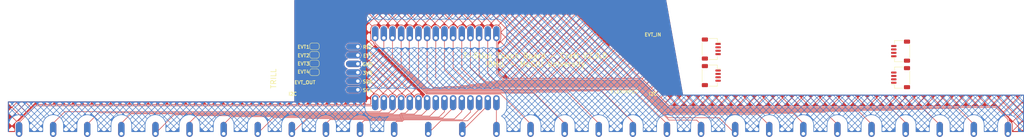
<source format=kicad_pcb>
(kicad_pcb (version 20221018) (generator pcbnew)
  (layers (0 "F.Cu" signal) (31 "B.Cu" signal) (34 "B.Paste" user) (35 "F.Paste" user) (36 "B.SilkS" user "B.Silkscreen") (37 "F.SilkS" user "F.Silkscreen") (38 "B.Mask" user) (39 "F.Mask" user) (44 "Edge.Cuts" user))
  (net 0 "")
  (net 1 "GND")
  (net 2 "/TOUCH0")
  (net 3 "/TOUCH1")
  (net 4 "/TOUCH2")
  (net 5 "/TOUCH3")
  (net 6 "/TOUCH4")
  (net 7 "/TOUCH5")
  (net 8 "/TOUCH6")
  (net 9 "/TOUCH7")
  (net 10 "/TOUCH8")
  (net 11 "/TOUCH9")
  (net 12 "/TOUCH10")
  (net 13 "/TOUCH11")
  (net 14 "/TOUCH12")
  (net 15 "/TOUCH13")
  (net 16 "/TOUCH14")
  (net 17 "/TOUCH15")
  (net 18 "/TOUCH16")
  (net 19 "/TOUCH17")
  (net 20 "/TOUCH18")
  (net 21 "/TOUCH19")
  (net 22 "/TOUCH20")
  (net 23 "/TOUCH21")
  (net 24 "/TOUCH22")
  (net 25 "/TOUCH23")
  (net 26 "/TOUCH24")
  (net 27 "/TOUCH25")
  (net 28 "/TOUCH26")
  (net 29 "/TOUCH27")
  (net 30 "/TOUCH28")
  (net 31 "/TOUCH29")
  (net 32 "/TRILL_EVT")
  (net 33 "/EVT1")
  (net 34 "/EVT2")
  (net 35 "/EVT3")
  (net 36 "/EVT4")
  (net 37 "+3V3")
  (net 38 "/SDA")
  (net 39 "/SCL")
  (footprint "Connector_JST:JST_SH_SM04B-SRSS-TB_1x04-1MP_P1.00mm_Horizontal" (layer "F.Cu") (at 281.275 120.579 -90)
    (fp_text reference "INT1" hide)
    (fp_text value "Conn_01x04")
    (fp_line (start -3.11 -1.785) (end -2.06 -1.785) (stroke (width 0.12)) (layer "F.SilkS"))
    (fp_line (start -3.11 0.715) (end -3.11 -1.785) (stroke (width 0.12)) (layer "F.SilkS"))
    (fp_line (start -2.06 -1.785) (end -2.06 -2.775) (stroke (width 0.12)) (layer "F.SilkS"))
    (fp_line (start -1.94 2.685) (end 1.94 2.685) (stroke (width 0.12)) (layer "F.SilkS"))
    (fp_line (start 3.11 -1.785) (end 2.06 -1.785) (stroke (width 0.12)) (layer "F.SilkS"))
    (fp_line (start 3.11 0.715) (end 3.11 -1.785) (stroke (width 0.12)) (layer "F.SilkS"))
    (pad "1" smd roundrect (at -1.5 -2 270) (size 0.6 1.55) (layers "F.Cu" "F.Paste" "F.Mask") (net 33 "/EVT1"))
    (pad "2" smd roundrect (at -0.5 -2 270) (size 0.6 1.55) (layers "F.Cu" "F.Paste" "F.Mask") (net 34 "/EVT2"))
    (pad "3" smd roundrect (at 0.5 -2 270) (size 0.6 1.55) (layers "F.Cu" "F.Paste" "F.Mask") (net 35 "/EVT3"))
    (pad "4" smd roundrect (at 1.5 -2 270) (size 0.6 1.55) (layers "F.Cu" "F.Paste" "F.Mask") (net 36 "/EVT4"))
    (pad "MP" smd roundrect (at -2.8 1.875 270) (size 1.2 1.8) (layers "F.Cu" "F.Paste" "F.Mask") (roundrect_rratio 0.2083333333) (net 1 "GND"))
    (pad "MP" smd roundrect (at 2.8 1.875 270) (size 1.2 1.8) (layers "F.Cu" "F.Paste" "F.Mask") (roundrect_rratio 0.2083333333) (net 1 "GND"))
  )
  (footprint "Jumper:SolderJumper-2_P1.3mm_Open_RoundedPad1.0x1.5mm" (layer "F.Cu") (at 164.9 124.85 180)
    (fp_text reference "JP3" hide)
    (fp_text value "SolderJumper_2_Open" hide)
    (fp_line (start -1.4 0.3) (end -1.4 -0.3) (stroke (width 0.12)) (layer "F.SilkS"))
    (fp_line (start -0.7 -1) (end 0.7 -1) (stroke (width 0.12)) (layer "F.SilkS"))
    (fp_line (start 0.7 1) (end -0.7 1) (stroke (width 0.12)) (layer "F.SilkS"))
    (fp_line (start 1.4 -0.3) (end 1.4 0.3) (stroke (width 0.12)) (layer "F.SilkS"))
    (fp_arc (start -1.4 -0.3) (mid -1.194975 -0.794975) (end -0.7 -1) (stroke (width 0.12)) (layer "F.SilkS"))
    (fp_arc (start -0.7 1) (mid -1.194975 0.794975) (end -1.4 0.3) (stroke (width 0.12)) (layer "F.SilkS"))
    (fp_arc (start 0.7 -1) (mid 1.194975 -0.794975) (end 1.4 -0.3) (stroke (width 0.12)) (layer "F.SilkS"))
    (fp_arc (start 1.4 0.3) (mid 1.194975 0.794975) (end 0.7 1) (stroke (width 0.12)) (layer "F.SilkS"))
    (pad "1" smd custom (at -0.65 0 180) (size 1 0.5) (layers "F.Cu" "F.Mask") (net 32 "/TRILL_EVT") (options (clearance outline) (anchor rect)) (primitives (gr_circle (center 0 0.25) (end 0.5 0.25) (width 0) (fill yes)) (gr_circle (center 0 -0.25) (end 0.5 -0.25) (width 0) (fill yes)) (gr_poly (pts (xy 0.5 0.75) (xy 0 0.75) (xy 0 -0.75) (xy 0.5 -0.75)) (width 0) (fill yes))))
    (pad "2" smd custom (at 0.65 0 180) (size 1 0.5) (layers "F.Cu" "F.Mask") (net 35 "/EVT3") (options (clearance outline) (anchor rect)) (primitives (gr_circle (center 0 0.25) (end 0.5 0.25) (width 0) (fill yes)) (gr_circle (center 0 -0.25) (end 0.5 -0.25) (width 0) (fill yes)) (gr_poly (pts (xy 0 0.75) (xy -0.5 0.75) (xy -0.5 -0.75) (xy 0 -0.75)) (width 0) (fill yes))))
  )
  (footprint "touch-sensors:tstick-buttons" (layer "F.Cu") (at 78.2771 145.5)
    (fp_text reference "J1" hide)
    (fp_text value "Conn_01x30" hide)
    (pad "1" thru_hole custom (at 0 0 270) (size 1.8796 1.8796) (drill 1.016) (property pad_prop_castellated) (layers "*.Cu" "*.Mask") (net 2 "/TOUCH0") (options (clearance outline) (anchor circle)) (primitives (gr_rect (start -2.54 -0.9398) (end 0 0.9398) (width 0) (fill yes)) (gr_circle (center -2.54 0) (end -1.6002 0) (width 0) (fill yes))))
    (pad "2" thru_hole custom (at 10 0 270) (size 1.8796 1.8796) (drill 1.016) (property pad_prop_castellated) (layers "*.Cu" "*.Mask") (net 3 "/TOUCH1") (options (clearance outline) (anchor circle)) (primitives (gr_rect (start -2.54 -0.9398) (end 0 0.9398) (width 0) (fill yes)) (gr_circle (center -2.54 0) (end -1.6002 0) (width 0) (fill yes))))
    (pad "3" thru_hole custom (at 20 0 270) (size 1.8796 1.8796) (drill 1.016) (property pad_prop_castellated) (layers "*.Cu" "*.Mask") (net 4 "/TOUCH2") (options (clearance outline) (anchor circle)) (primitives (gr_rect (start -2.54 -0.9398) (end 0 0.9398) (width 0) (fill yes)) (gr_circle (center -2.54 0) (end -1.6002 0) (width 0) (fill yes))))
    (pad "4" thru_hole custom (at 30 0 270) (size 1.8796 1.8796) (drill 1.016) (property pad_prop_castellated) (layers "*.Cu" "*.Mask") (net 5 "/TOUCH3") (options (clearance outline) (anchor circle)) (primitives (gr_rect (start -2.54 -0.9398) (end 0 0.9398) (width 0) (fill yes)) (gr_circle (center -2.54 0) (end -1.6002 0) (width 0) (fill yes))))
    (pad "5" thru_hole custom (at 40 0 270) (size 1.8796 1.8796) (drill 1.016) (property pad_prop_castellated) (layers "*.Cu" "*.Mask") (net 6 "/TOUCH4") (options (clearance outline) (anchor circle)) (primitives (gr_rect (start -2.54 -0.9398) (end 0 0.9398) (width 0) (fill yes)) (gr_circle (center -2.54 0) (end -1.6002 0) (width 0) (fill yes))))
    (pad "6" thru_hole custom (at 50 0 270) (size 1.8796 1.8796) (drill 1.016) (property pad_prop_castellated) (layers "*.Cu" "*.Mask") (net 7 "/TOUCH5") (options (clearance outline) (anchor circle)) (primitives (gr_rect (start -2.54 -0.9398) (end 0 0.9398) (width 0) (fill yes)) (gr_circle (center -2.54 0) (end -1.6002 0) (width 0) (fill yes))))
    (pad "7" thru_hole custom (at 60 0 270) (size 1.8796 1.8796) (drill 1.016) (property pad_prop_castellated) (layers "*.Cu" "*.Mask") (net 8 "/TOUCH6") (options (clearance outline) (anchor circle)) (primitives (gr_rect (start -2.54 -0.9398) (end 0 0.9398) (width 0) (fill yes)) (gr_circle (center -2.54 0) (end -1.6002 0) (width 0) (fill yes))))
    (pad "8" thru_hole custom (at 70 0 270) (size 1.8796 1.8796) (drill 1.016) (property pad_prop_castellated) (layers "*.Cu" "*.Mask") (net 9 "/TOUCH7") (options (clearance outline) (anchor circle)) (primitives (gr_rect (start -2.54 -0.9398) (end 0 0.9398) (width 0) (fill yes)) (gr_circle (center -2.54 0) (end -1.6002 0) (width 0) (fill yes))))
    (pad "9" thru_hole custom (at 80 0 270) (size 1.8796 1.8796) (drill 1.016) (property pad_prop_castellated) (layers "*.Cu" "*.Mask") (net 10 "/TOUCH8") (options (clearance outline) (anchor circle)) (primitives (gr_rect (start -2.54 -0.9398) (end 0 0.9398) (width 0) (fill yes)) (gr_circle (center -2.54 0) (end -1.6002 0) (width 0) (fill yes))))
    (pad "10" thru_hole custom (at 90 0 270) (size 1.8796 1.8796) (drill 1.016) (property pad_prop_castellated) (layers "*.Cu" "*.Mask") (net 11 "/TOUCH9") (options (clearance outline) (anchor circle)) (primitives (gr_rect (start -2.54 -0.9398) (end 0 0.9398) (width 0) (fill yes)) (gr_circle (center -2.54 0) (end -1.6002 0) (width 0) (fill yes))))
    (pad "11" thru_hole custom (at 100 0 270) (size 1.8796 1.8796) (drill 1.016) (property pad_prop_castellated) (layers "*.Cu" "*.Mask") (net 12 "/TOUCH10") (options (clearance outline) (anchor circle)) (primitives (gr_rect (start -2.54 -0.9398) (end 0 0.9398) (width 0) (fill yes)) (gr_circle (center -2.54 0) (end -1.6002 0) (width 0) (fill yes))))
    (pad "12" thru_hole custom (at 110 0 270) (size 1.8796 1.8796) (drill 1.016) (property pad_prop_castellated) (layers "*.Cu" "*.Mask") (net 13 "/TOUCH11") (options (clearance outline) (anchor circle)) (primitives (gr_rect (start -2.54 -0.9398) (end 0 0.9398) (width 0) (fill yes)) (gr_circle (center -2.54 0) (end -1.6002 0) (width 0) (fill yes))))
    (pad "13" thru_hole custom (at 120 0 270) (size 1.8796 1.8796) (drill 1.016) (property pad_prop_castellated) (layers "*.Cu" "*.Mask") (net 14 "/TOUCH12") (options (clearance outline) (anchor circle)) (primitives (gr_rect (start -2.54 -0.9398) (end 0 0.9398) (width 0) (fill yes)) (gr_circle (center -2.54 0) (end -1.6002 0) (width 0) (fill yes))))
    (pad "14" thru_hole custom (at 130 0 270) (size 1.8796 1.8796) (drill 1.016) (property pad_prop_castellated) (layers "*.Cu" "*.Mask") (net 15 "/TOUCH13") (options (clearance outline) (anchor circle)) (primitives (gr_rect (start -2.54 -0.9398) (end 0 0.9398) (width 0) (fill yes)) (gr_circle (center -2.54 0) (end -1.6002 0) (width 0) (fill yes))))
    (pad "15" thru_hole custom (at 140 0 270) (size 1.8796 1.8796) (drill 1.016) (property pad_prop_castellated) (layers "*.Cu" "*.Mask") (net 16 "/TOUCH14") (options (clearance outline) (anchor circle)) (primitives (gr_rect (start -2.54 -0.9398) (end 0 0.9398) (width 0) (fill yes)) (gr_circle (center -2.54 0) (end -1.6002 0) (width 0) (fill yes))))
    (pad "16" thru_hole custom (at 150 0 270) (size 1.8796 1.8796) (drill 1.016) (property pad_prop_castellated) (layers "*.Cu" "*.Mask") (net 31 "/TOUCH29") (options (clearance outline) (anchor circle)) (primitives (gr_rect (start -2.54 -0.9398) (end 0 0.9398) (width 0) (fill yes)) (gr_circle (center -2.54 0) (end -1.6002 0) (width 0) (fill yes))))
    (pad "17" thru_hole custom (at 160 0 270) (size 1.8796 1.8796) (drill 1.016) (property pad_prop_castellated) (layers "*.Cu" "*.Mask") (net 30 "/TOUCH28") (options (clearance outline) (anchor circle)) (primitives (gr_rect (start -2.54 -0.9398) (end 0 0.9398) (width 0) (fill yes)) (gr_circle (center -2.54 0) (end -1.6002 0) (width 0) (fill yes))))
    (pad "18" thru_hole custom (at 170 0 270) (size 1.8796 1.8796) (drill 1.016) (property pad_prop_castellated) (layers "*.Cu" "*.Mask") (net 29 "/TOUCH27") (options (clearance outline) (anchor circle)) (primitives (gr_rect (start -2.54 -0.9398) (end 0 0.9398) (width 0) (fill yes)) (gr_circle (center -2.54 0) (end -1.6002 0) (width 0) (fill yes))))
    (pad "19" thru_hole custom (at 180 0 270) (size 1.8796 1.8796) (drill 1.016) (property pad_prop_castellated) (layers "*.Cu" "*.Mask") (net 28 "/TOUCH26") (options (clearance outline) (anchor circle)) (primitives (gr_rect (start -2.54 -0.9398) (end 0 0.9398) (width 0) (fill yes)) (gr_circle (center -2.54 0) (end -1.6002 0) (width 0) (fill yes))))
    (pad "20" thru_hole custom (at 190 0 270) (size 1.8796 1.8796) (drill 1.016) (property pad_prop_castellated) (layers "*.Cu" "*.Mask") (net 27 "/TOUCH25") (options (clearance outline) (anchor circle)) (primitives (gr_rect (start -2.54 -0.9398) (end 0 0.9398) (width 0) (fill yes)) (gr_circle (center -2.54 0) (end -1.6002 0) (width 0) (fill yes))))
    (pad "21" thru_hole custom (at 200 0 270) (size 1.8796 1.8796) (drill 1.016) (property pad_prop_castellated) (layers "*.Cu" "*.Mask") (net 26 "/TOUCH24") (options (clearance outline) (anchor circle)) (primitives (gr_rect (start -2.54 -0.9398) (end 0 0.9398) (width 0) (fill yes)) (gr_circle (center -2.54 0) (end -1.6002 0) (width 0) (fill yes))))
    (pad "22" thru_hole custom (at 210 0 270) (size 1.8796 1.8796) (drill 1.016) (property pad_prop_castellated) (layers "*.Cu" "*.Mask") (net 25 "/TOUCH23") (options (clearance outline) (anchor circle)) (primitives (gr_rect (start -2.54 -0.9398) (end 0 0.9398) (width 0) (fill yes)) (gr_circle (center -2.54 0) (end -1.6002 0) (width 0) (fill yes))))
    (pad "23" thru_hole custom (at 220 0 270) (size 1.8796 1.8796) (drill 1.016) (property pad_prop_castellated) (layers "*.Cu" "*.Mask") (net 24 "/TOUCH22") (options (clearance outline) (anchor circle)) (primitives (gr_rect (start -2.54 -0.9398) (end 0 0.9398) (width 0) (fill yes)) (gr_circle (center -2.54 0) (end -1.6002 0) (width 0) (fill yes))))
    (pad "24" thru_hole custom (at 230 0 270) (size 1.8796 1.8796) (drill 1.016) (property pad_prop_castellated) (layers "*.Cu" "*.Mask") (net 23 "/TOUCH21") (options (clearance outline) (anchor circle)) (primitives (gr_rect (start -2.54 -0.9398) (end 0 0.9398) (width 0) (fill yes)) (gr_circle (center -2.54 0) (end -1.6002 0) (width 0) (fill yes))))
    (pad "25" thru_hole custom (at 240 0 270) (size 1.8796 1.8796) (drill 1.016) (property pad_prop_castellated) (layers "*.Cu" "*.Mask") (net 22 "/TOUCH20") (options (clearance outline) (anchor circle)) (primitives (gr_rect (start -2.54 -0.9398) (end 0 0.9398) (width 0) (fill yes)) (gr_circle (center -2.54 0) (end -1.6002 0) (width 0) (fill yes))))
    (pad "26" thru_hole custom (at 250 0 270) (size 1.8796 1.8796) (drill 1.016) (property pad_prop_castellated) (layers "*.Cu" "*.Mask") (net 21 "/TOUCH19") (options (clearance outline) (anchor circle)) (primitives (gr_rect (start -2.54 -0.9398) (end 0 0.9398) (width 0) (fill yes)) (gr_circle (center -2.54 0) (end -1.6002 0) (width 0) (fill yes))))
    (pad "27" thru_hole custom (at 260 0 270) (size 1.8796 1.8796) (drill 1.016) (property pad_prop_castellated) (layers "*.Cu" "*.Mask") (net 20 "/TOUCH18") (options (clearance outline) (anchor circle)) (primitives (gr_rect (start -2.54 -0.9398) (end 0 0.9398) (width 0) (fill yes)) (gr_circle (center -2.54 0) (end -1.6002 0) (width 0) (fill yes))))
    (pad "28" thru_hole custom (at 270 0 270) (size 1.8796 1.8796) (drill 1.016) (property pad_prop_castellated) (layers "*.Cu" "*.Mask") (net 19 "/TOUCH17") (options (clearance outline) (anchor circle)) (primitives (gr_rect (start -2.54 -0.9398) (end 0 0.9398) (width 0) (fill yes)) (gr_circle (center -2.54 0) (end -1.6002 0) (width 0) (fill yes))))
    (pad "29" thru_hole custom (at 280 0 270) (size 1.8796 1.8796) (drill 1.016) (property pad_prop_castellated) (layers "*.Cu" "*.Mask") (net 18 "/TOUCH16") (options (clearance outline) (anchor circle)) (primitives (gr_rect (start -2.54 -0.9398) (end 0 0.9398) (width 0) (fill yes)) (gr_circle (center -2.54 0) (end -1.6002 0) (width 0) (fill yes))))
    (pad "30" thru_hole custom (at 290 0 270) (size 1.8796 1.8796) (drill 1.016) (property pad_prop_castellated) (layers "*.Cu" "*.Mask") (net 17 "/TOUCH15") (options (clearance outline) (anchor circle)) (primitives (gr_rect (start -2.54 -0.9398) (end 0 0.9398) (width 0) (fill yes)) (gr_circle (center -2.54 0) (end -1.6002 0) (width 0) (fill yes))))
  )
  (footprint "Connector_JST:JST_SH_SM04B-SRSS-TB_1x04-1MP_P1.00mm_Horizontal" (layer "F.Cu") (at 336.8 121.2 90)
    (fp_text reference "INT2" hide)
    (fp_text value "Conn_01x04")
    (fp_line (start -3.11 -1.785) (end -2.06 -1.785) (stroke (width 0.12)) (layer "F.SilkS"))
    (fp_line (start -3.11 0.715) (end -3.11 -1.785) (stroke (width 0.12)) (layer "F.SilkS"))
    (fp_line (start -2.06 -1.785) (end -2.06 -2.775) (stroke (width 0.12)) (layer "F.SilkS"))
    (fp_line (start -1.94 2.685) (end 1.94 2.685) (stroke (width 0.12)) (layer "F.SilkS"))
    (fp_line (start 3.11 -1.785) (end 2.06 -1.785) (stroke (width 0.12)) (layer "F.SilkS"))
    (fp_line (start 3.11 0.715) (end 3.11 -1.785) (stroke (width 0.12)) (layer "F.SilkS"))
    (pad "1" smd roundrect (at -1.5 -2 90) (size 0.6 1.55) (layers "F.Cu" "F.Paste" "F.Mask") (net 33 "/EVT1"))
    (pad "2" smd roundrect (at -0.5 -2 90) (size 0.6 1.55) (layers "F.Cu" "F.Paste" "F.Mask") (net 34 "/EVT2"))
    (pad "3" smd roundrect (at 0.5 -2 90) (size 0.6 1.55) (layers "F.Cu" "F.Paste" "F.Mask") (net 35 "/EVT3"))
    (pad "4" smd roundrect (at 1.5 -2 90) (size 0.6 1.55) (layers "F.Cu" "F.Paste" "F.Mask") (net 36 "/EVT4"))
    (pad "MP" smd roundrect (at -2.8 1.875 90) (size 1.2 1.8) (layers "F.Cu" "F.Paste" "F.Mask") (roundrect_rratio 0.2083333333) (net 1 "GND"))
    (pad "MP" smd roundrect (at 2.8 1.875 90) (size 1.2 1.8) (layers "F.Cu" "F.Paste" "F.Mask") (roundrect_rratio 0.2083333333) (net 1 "GND"))
  )
  (footprint "MountingHole:MountingHole_3.2mm_M3_DIN965" (layer "F.Cu") (at 311.56 121.12)
    (fp_text reference "H1" hide)
    (fp_text value "MountingHole" hide)
    (pad "" np_thru_hole circle (at 0 0) (size 3.2 3.2) (drill 3.2) (layers "*.Cu" "*.Mask"))
  )
  (footprint "trill-footprints:Trill-Craft-Headers" (layer "F.Cu") (at 200.0629 126.21)
    (fp_text reference "U1" hide)
    (fp_text value "Trill_Craft" hide)
    (fp_text user "SDA" (at -21.129619 4.56 unlocked) (layer "F.SilkS") (effects (font (thickness 0.2) bold) (justify left bottom)))
    (fp_text user "SCL" (at -21.105809 7.1 unlocked) (layer "F.SilkS") (effects (font (thickness 0.2) bold) (justify left bottom)))
    (fp_text user "EVT" (at -20.986762 -3.06 unlocked) (layer "F.SilkS") (effects (font (thickness 0.2) bold) (justify left bottom)))
    (fp_text user "3V3" (at -21.105809 2.02 unlocked) (layer "F.SilkS") (effects (font (thickness 0.2) bold) (justify left bottom)))
    (fp_text user "GND" (at -21.248666 -0.52 unlocked) (layer "F.SilkS") (effects (font (thickness 0.2) bold) (justify left bottom)))
    (fp_text user "RST" (at -21.082 -5.6 unlocked) (layer "F.SilkS") (effects (font (thickness 0.2) bold) (justify left bottom)))
    (pad "0" thru_hole custom (at -17.355 8.89 90) (size 1.8796 1.8796) (drill 1.016) (layers "*.Cu" "*.Mask") (net 2 "/TOUCH0") (options (clearance outline) (anchor circle)) (primitives (gr_rect (start -2.54 -0.9398) (end 0 0.9398) (width 0) (fill yes)) (gr_circle (center -2.54 0) (end -1.6002 0) (width 0) (fill yes))))
    (pad "1" thru_hole custom (at -14.815 8.89 90) (size 1.8796 1.8796) (drill 1.016) (layers "*.Cu" "*.Mask") (net 3 "/TOUCH1") (options (clearance outline) (anchor circle)) (primitives (gr_rect (start -2.54 -0.9398) (end 0 0.9398) (width 0) (fill yes)) (gr_circle (center -2.54 0) (end -1.6002 0) (width 0) (fill yes))))
    (pad "2" thru_hole custom (at -12.275 8.89 90) (size 1.8796 1.8796) (drill 1.016) (layers "*.Cu" "*.Mask") (net 4 "/TOUCH2") (options (clearance outline) (anchor circle)) (primitives (gr_rect (start -2.54 -0.9398) (end 0 0.9398) (width 0) (fill yes)) (gr_circle (center -2.54 0) (end -1.6002 0) (width 0) (fill yes))))
    (pad "3" thru_hole custom (at -9.735 8.89 90) (size 1.8796 1.8796) (drill 1.016) (layers "*.Cu" "*.Mask") (net 5 "/TOUCH3") (options (clearance outline) (anchor circle)) (primitives (gr_rect (start -2.54 -0.9398) (end 0 0.9398) (width 0) (fill yes)) (gr_circle (center -2.54 0) (end -1.6002 0) (width 0) (fill yes))))
    (pad "4" thru_hole custom (at -7.195 8.89 90) (size 1.8796 1.8796) (drill 1.016) (layers "*.Cu" "*.Mask") (net 6 "/TOUCH4") (options (clearance outline) (anchor circle)) (primitives (gr_rect (start -2.54 -0.9398) (end 0 0.9398) (width 0) (fill yes)) (gr_circle (center -2.54 0) (end -1.6002 0) (width 0) (fill yes))))
    (pad "5" thru_hole custom (at -4.655 8.89 90) (size 1.8796 1.8796) (drill 1.016) (layers "*.Cu" "*.Mask") (net 7 "/TOUCH5") (options (clearance outline) (anchor circle)) (primitives (gr_rect (start -2.54 -0.9398) (end 0 0.9398) (width 0) (fill yes)) (gr_circle (center -2.54 0) (end -1.6002 0) (width 0) (fill yes))))
    (pad "6" thru_hole custom (at -2.115 8.89 90) (size 1.8796 1.8796) (drill 1.016) (layers "*.Cu" "*.Mask") (net 8 "/TOUCH6") (options (clearance outline) (anchor circle)) (primitives (gr_rect (start -2.54 -0.9398) (end 0 0.9398) (width 0) (fill yes)) (gr_circle (center -2.54 0) (end -1.6002 0) (width 0) (fill yes))))
    (pad "7" thru_hole custom (at 0.425 8.89 90) (size 1.8796 1.8796) (drill 1.016) (layers "*.Cu" "*.Mask") (net 9 "/TOUCH7") (options (clearance outline) (anchor circle)) (primitives (gr_rect (start -2.54 -0.9398) (end 0 0.9398) (width 0) (fill yes)) (gr_circle (center -2.54 0) (end -1.6002 0) (width 0) (fill yes))))
    (pad "8" thru_hole custom (at 2.965 8.89 90) (size 1.8796 1.8796) (drill 1.016) (layers "*.Cu" "*.Mask") (net 10 "/TOUCH8") (options (clearance outline) (anchor circle)) (primitives (gr_rect (start -2.54 -0.9398) (end 0 0.9398) (width 0) (fill yes)) (gr_circle (center -2.54 0) (end -1.6002 0) (width 0) (fill yes))))
    (pad "9" thru_hole custom (at 5.505 8.89 90) (size 1.8796 1.8796) (drill 1.016) (layers "*.Cu" "*.Mask") (net 11 "/TOUCH9") (options (clearance outline) (anchor circle)) (primitives (gr_rect (start -2.54 -0.9398) (end 0 0.9398) (width 0) (fill yes)) (gr_circle (center -2.54 0) (end -1.6002 0) (width 0) (fill yes))))
    (pad "10" thru_hole custom (at 8.045 8.89 90) (size 1.8796 1.8796) (drill 1.016) (layers "*.Cu" "*.Mask") (net 12 "/TOUCH10") (options (clearance outline) (anchor circle)) (primitives (gr_rect (start -2.54 -0.9398) (end 0 0.9398) (width 0) (fill yes)) (gr_circle (center -2.54 0) (end -1.6002 0) (width 0) (fill yes))))
    (pad "11" thru_hole custom (at 10.585 8.89 90) (size 1.8796 1.8796) (drill 1.016) (layers "*.Cu" "*.Mask") (net 13 "/TOUCH11") (options (clearance outline) (anchor circle)) (primitives (gr_rect (start -2.54 -0.9398) (end 0 0.9398) (width 0) (fill yes)) (gr_circle (center -2.54 0) (end -1.6002 0) (width 0) (fill yes))))
    (pad "12" thru_hole custom (at 13.125 8.89 90) (size 1.8796 1.8796) (drill 1.016) (layers "*.Cu" "*.Mask") (net 14 "/TOUCH12") (options (clearance outline) (anchor circle)) (primitives (gr_rect (start -2.54 -0.9398) (end 0 0.9398) (width 0) (fill yes)) (gr_circle (center -2.54 0) (end -1.6002 0) (width 0) (fill yes))))
    (pad "13" thru_hole custom (at 15.665 8.89 90) (size 1.8796 1.8796) (drill 1.016) (layers "*.Cu" "*.Mask") (net 15 "/TOUCH13") (options (clearance outline) (anchor circle)) (primitives (gr_rect (start -2.54 -0.9398) (end 0 0.9398) (width 0) (fill yes)) (gr_circle (center -2.54 0) (end -1.6002 0) (width 0) (fill yes))))
    (pad "14" thru_hole custom (at 18.205 8.89 90) (size 1.8796 1.8796) (drill 1.016) (layers "*.Cu" "*.Mask") (net 16 "/TOUCH14") (options (clearance outline) (anchor circle)) (primitives (gr_rect (start -2.54 -0.9398) (end 0 0.9398) (width 0) (fill yes)) (gr_circle (center -2.54 0) (end -1.6002 0) (width 0) (fill yes))))
    (pad "15" thru_hole custom (at 18.205 -8.89 270) (size 1.8796 1.8796) (drill 1.016) (layers "*.Cu" "*.Mask") (net 17 "/TOUCH15") (options (clearance outline) (anchor circle)) (primitives (gr_rect (start -2.54 -0.9398) (end 0 0.9398) (width 0) (fill yes)) (gr_circle (center -2.54 0) (end -1.6002 0) (width 0) (fill yes))))
    (pad "16" thru_hole custom (at 15.665 -8.89 270) (size 1.8796 1.8796) (drill 1.016) (layers "*.Cu" "*.Mask") (net 18 "/TOUCH16") (options (clearance outline) (anchor circle)) (primitives (gr_rect (start -2.54 -0.9398) (end 0 0.9398) (width 0) (fill yes)) (gr_circle (center -2.54 0) (end -1.6002 0) (width 0) (fill yes))))
    (pad "17" thru_hole custom (at 13.125 -8.89 270) (size 1.8796 1.8796) (drill 1.016) (layers "*.Cu" "*.Mask") (net 19 "/TOUCH17") (options (clearance outline) (anchor circle)) (primitives (gr_rect (start -2.54 -0.9398) (end 0 0.9398) (width 0) (fill yes)) (gr_circle (center -2.54 0) (end -1.6002 0) (width 0) (fill yes))))
    (pad "18" thru_hole custom (at 10.585 -8.89 270) (size 1.8796 1.8796) (drill 1.016) (layers "*.Cu" "*.Mask") (net 20 "/TOUCH18") (options (clearance outline) (anchor circle)) (primitives (gr_rect (start -2.54 -0.9398) (end 0 0.9398) (width 0) (fill yes)) (gr_circle (center -2.54 0) (end -1.6002 0) (width 0) (fill yes))))
    (pad "19" thru_hole custom (at 8.045 -8.89 270) (size 1.8796 1.8796) (drill 1.016) (layers "*.Cu" "*.Mask") (net 21 "/TOUCH19") (options (clearance outline) (anchor circle)) (primitives (gr_rect (start -2.54 -0.9398) (end 0 0.9398) (width 0) (fill yes)) (gr_circle (center -2.54 0) (end -1.6002 0) (width 0) (fill yes))))
    (pad "20" thru_hole custom (at 5.505 -8.89 270) (size 1.8796 1.8796) (drill 1.016) (layers "*.Cu" "*.Mask") (net 22 "/TOUCH20") (options (clearance outline) (anchor circle)) (primitives (gr_rect (start -2.54 -0.9398) (end 0 0.9398) (width 0) (fill yes)) (gr_circle (center -2.54 0) (end -1.6002 0) (width 0) (fill yes))))
    (pad "21" thru_hole custom (at 2.965 -8.89 270) (size 1.8796 1.8796) (drill 1.016) (layers "*.Cu" "*.Mask") (net 23 "/TOUCH21") (options (clearance outline) (anchor circle)) (primitives (gr_rect (start -2.54 -0.9398) (end 0 0.9398) (width 0) (fill yes)) (gr_circle (center -2.54 0) (end -1.6002 0) (width 0) (fill yes))))
    (pad "22" thru_hole custom (at 0.425 -8.89 270) (size 1.8796 1.8796) (drill 1.016) (layers "*.Cu" "*.Mask") (net 24 "/TOUCH22") (options (clearance outline) (anchor circle)) (primitives (gr_rect (start -2.54 -0.9398) (end 0 0.9398) (width 0) (fill yes)) (gr_circle (center -2.54 0) (end -1.6002 0) (width 0) (fill yes))))
    (pad "23" thru_hole custom (at -2.115 -8.89 270) (size 1.8796 1.8796) (drill 1.016) (layers "*.Cu" "*.Mask") (net 25 "/TOUCH23") (options (clearance outline) (anchor circle)) (primitives (gr_rect (start -2.54 -0.9398) (end 0 0.9398) (width 0) (fill yes)) (gr_circle (center -2.54 0) (end -1.6002 0) (width 0) (fill yes))))
    (pad "24" thru_hole custom (at -4.655 -8.89 270) (size 1.8796 1.8796) (drill 1.016) (layers "*.Cu" "*.Mask") (net 26 "/TOUCH24") (options (clearance outline) (anchor circle)) (primitives (gr_rect (start -2.54 -0.9398) (end 0 0.9398) (width 0) (fill yes)) (gr_circle (center -2.54 0) (end -1.6002 0) (width 0) (fill yes))))
    (pad "25" thru_hole custom (at -7.195 -8.89 270) (size 1.8796 1.8796) (drill 1.016) (layers "*.Cu" "*.Mask") (net 27 "/TOUCH25") (options (clearance outline) (anchor circle)) (primitives (gr_rect (start -2.54 -0.9398) (end 0 0.9398) (width 0) (fill yes)) (gr_circle (center -2.54 0) (end -1.6002 0) (width 0) (fill yes))))
    (pad "26" thru_hole custom (at -9.735 -8.89 270) (size 1.8796 1.8796) (drill 1.016) (layers "*.Cu" "*.Mask") (net 28 "/TOUCH26") (options (clearance outline) (anchor circle)) (primitives (gr_rect (start -2.54 -0.9398) (end 0 0.9398) (width 0) (fill yes)) (gr_circle (center -2.54 0) (end -1.6002 0) (width 0) (fill yes))))
    (pad "27" thru_hole custom (at -12.275 -8.89 270) (size 1.8796 1.8796) (drill 1.016) (layers "*.Cu" "*.Mask") (net 29 "/TOUCH27") (options (clearance outline) (anchor circle)) (primitives (gr_rect (start -2.54 -0.9398) (end 0 0.9398) (width 0) (fill yes)) (gr_circle (center -2.54 0) (end -1.6002 0) (width 0) (fill yes))))
    (pad "28" thru_hole custom (at -14.815 -8.89 270) (size 1.8796 1.8796) (drill 1.016) (layers "*.Cu" "*.Mask") (net 30 "/TOUCH28") (options (clearance outline) (anchor circle)) (primitives (gr_rect (start -2.54 -0.9398) (end 0 0.9398) (width 0) (fill yes)) (gr_circle (center -2.54 0) (end -1.6002 0) (width 0) (fill yes))))
    (pad "29" thru_hole custom (at -17.355 -8.89 270) (size 1.8796 1.8796) (drill 1.016) (layers "*.Cu" "*.Mask") (net 31 "/TOUCH29") (options (clearance outline) (anchor circle)) (primitives (gr_rect (start -2.54 -0.9398) (end 0 0.9398) (width 0) (fill yes)) (gr_circle (center -2.54 0) (end -1.6002 0) (width 0) (fill yes))))
    (pad "30" thru_hole custom (at -22.435 -6.35) (size 1.8796 1.8796) (drill 1.016) (layers "*.Cu" "*.Mask") (options (clearance outline) (anchor circle)) (primitives (gr_rect (start -2.54 -0.9398) (end 0 0.9398) (width 0) (fill yes)) (gr_circle (center -2.54 0) (end -1.6002 0) (width 0) (fill yes))))
    (pad "31" thru_hole custom (at -22.435 -3.81) (size 1.8796 1.8796) (drill 1.016) (layers "*.Cu" "*.Mask") (net 32 "/TRILL_EVT") (options (clearance outline) (anchor circle)) (primitives (gr_rect (start -2.54 -0.9398) (end 0 0.9398) (width 0) (fill yes)) (gr_circle (center -2.54 0) (end -1.6002 0) (width 0) (fill yes))))
    (pad "32" thru_hole custom (at -22.435 -1.27) (size 1.8796 1.8796) (drill 1.016) (layers "*.Cu" "*.Mask") (net 1 "GND") (options (clearance outline) (anchor circle)) (primitives (gr_rect (start -2.54 -0.9398) (end 0 0.9398) (width 0) (fill yes)) (gr_circle (center -2.54 0) (end -1.6002 0) (width 0) (fill yes))))
    (pad "33" thru_hole custom (at -22.435 1.27) (size 1.8796 1.8796) (drill 1.016) (layers "*.Cu" "*.Mask") (net 37 "+3V3") (options (clearance outline) (anchor circle)) (primitives (gr_rect (start -2.54 -0.9398) (end 0 0.9398) (width 0) (fill yes)) (gr_circle (center -2.54 0) (end -1.6002 0) (width 0) (fill yes))))
    (pad "34" thru_hole custom (at -22.435 3.81) (size 1.8796 1.8796) (drill 1.016) (layers "*.Cu" "*.Mask") (net 38 "/SDA") (options (clearance outline) (anchor circle)) (primitives (gr_rect (start -2.54 -0.9398) (end 0 0.9398) (width 0) (fill yes)) (gr_circle (center -2.54 0) (end -1.6002 0) (width 0) (fill yes))))
    (pad "35" thru_hole custom (at -22.435 6.35) (size 1.8796 1.8796) (drill 1.016) (layers "*.Cu" "*.Mask") (net 39 "/SCL") (options (clearance outline) (anchor circle)) (primitives (gr_rect (start -2.54 -0.9398) (end 0 0.9398) (width 0) (fill yes)) (gr_circle (center -2.54 0) (end -1.6002 0) (width 0) (fill yes))))
  )
  (footprint "Connector_JST:JST_SH_SM04B-SRSS-TB_1x04-1MP_P1.00mm_Horizontal" (layer "F.Cu") (at 336.8 129 90)
    (fp_text reference "I2C2" hide)
    (fp_text value "Conn_01x04")
    (fp_line (start -3.11 -1.785) (end -2.06 -1.785) (stroke (width 0.12)) (layer "F.SilkS"))
    (fp_line (start -3.11 0.715) (end -3.11 -1.785) (stroke (width 0.12)) (layer "F.SilkS"))
    (fp_line (start -2.06 -1.785) (end -2.06 -2.775) (stroke (width 0.12)) (layer "F.SilkS"))
    (fp_line (start -1.94 2.685) (end 1.94 2.685) (stroke (width 0.12)) (layer "F.SilkS"))
    (fp_line (start 3.11 -1.785) (end 2.06 -1.785) (stroke (width 0.12)) (layer "F.SilkS"))
    (fp_line (start 3.11 0.715) (end 3.11 -1.785) (stroke (width 0.12)) (layer "F.SilkS"))
    (pad "1" smd roundrect (at -1.5 -2 90) (size 0.6 1.55) (layers "F.Cu" "F.Paste" "F.Mask") (net 1 "GND"))
    (pad "2" smd roundrect (at -0.5 -2 90) (size 0.6 1.55) (layers "F.Cu" "F.Paste" "F.Mask") (net 37 "+3V3"))
    (pad "3" smd roundrect (at 0.5 -2 90) (size 0.6 1.55) (layers "F.Cu" "F.Paste" "F.Mask") (net 38 "/SDA"))
    (pad "4" smd roundrect (at 1.5 -2 90) (size 0.6 1.55) (layers "F.Cu" "F.Paste" "F.Mask") (net 39 "/SCL"))
    (pad "MP" smd roundrect (at -2.8 1.875 90) (size 1.2 1.8) (layers "F.Cu" "F.Paste" "F.Mask") (roundrect_rratio 0.2083333333) (net 1 "GND"))
    (pad "MP" smd roundrect (at 2.8 1.875 90) (size 1.2 1.8) (layers "F.Cu" "F.Paste" "F.Mask") (roundrect_rratio 0.2083333333) (net 1 "GND"))
  )
  (footprint "Jumper:SolderJumper-2_P1.3mm_Open_RoundedPad1.0x1.5mm" (layer "F.Cu") (at 164.9 119.8 180)
    (fp_text reference "JP1" hide)
    (fp_text value "SolderJumper_2_Open" hide)
    (fp_line (start -1.4 0.3) (end -1.4 -0.3) (stroke (width 0.12)) (layer "F.SilkS"))
    (fp_line (start -0.7 -1) (end 0.7 -1) (stroke (width 0.12)) (layer "F.SilkS"))
    (fp_line (start 0.7 1) (end -0.7 1) (stroke (width 0.12)) (layer "F.SilkS"))
    (fp_line (start 1.4 -0.3) (end 1.4 0.3) (stroke (width 0.12)) (layer "F.SilkS"))
    (fp_arc (start -1.4 -0.3) (mid -1.194975 -0.794975) (end -0.7 -1) (stroke (width 0.12)) (layer "F.SilkS"))
    (fp_arc (start -0.7 1) (mid -1.194975 0.794975) (end -1.4 0.3) (stroke (width 0.12)) (layer "F.SilkS"))
    (fp_arc (start 0.7 -1) (mid 1.194975 -0.794975) (end 1.4 -0.3) (stroke (width 0.12)) (layer "F.SilkS"))
    (fp_arc (start 1.4 0.3) (mid 1.194975 0.794975) (end 0.7 1) (stroke (width 0.12)) (layer "F.SilkS"))
    (pad "1" smd custom (at -0.65 0 180) (size 1 0.5) (layers "F.Cu" "F.Mask") (net 32 "/TRILL_EVT") (options (clearance outline) (anchor rect)) (primitives (gr_circle (center 0 0.25) (end 0.5 0.25) (width 0) (fill yes)) (gr_circle (center 0 -0.25) (end 0.5 -0.25) (width 0) (fill yes)) (gr_poly (pts (xy 0.5 0.75) (xy 0 0.75) (xy 0 -0.75) (xy 0.5 -0.75)) (width 0) (fill yes))))
    (pad "2" smd custom (at 0.65 0 180) (size 1 0.5) (layers "F.Cu" "F.Mask") (net 33 "/EVT1") (options (clearance outline) (anchor rect)) (primitives (gr_circle (center 0 0.25) (end 0.5 0.25) (width 0) (fill yes)) (gr_circle (center 0 -0.25) (end 0.5 -0.25) (width 0) (fill yes)) (gr_poly (pts (xy 0 0.75) (xy -0.5 0.75) (xy -0.5 -0.75) (xy 0 -0.75)) (width 0) (fill yes))))
  )
  (footprint "Jumper:SolderJumper-2_P1.3mm_Open_RoundedPad1.0x1.5mm" (layer "F.Cu") (at 164.9 127.4 180)
    (fp_text reference "JP4" hide)
    (fp_text value "SolderJumper_2_Open" hide)
    (fp_line (start -1.4 0.3) (end -1.4 -0.3) (stroke (width 0.12)) (layer "F.SilkS"))
    (fp_line (start -0.7 -1) (end 0.7 -1) (stroke (width 0.12)) (layer "F.SilkS"))
    (fp_line (start 0.7 1) (end -0.7 1) (stroke (width 0.12)) (layer "F.SilkS"))
    (fp_line (start 1.4 -0.3) (end 1.4 0.3) (stroke (width 0.12)) (layer "F.SilkS"))
    (fp_arc (start -1.4 -0.3) (mid -1.194975 -0.794975) (end -0.7 -1) (stroke (width 0.12)) (layer "F.SilkS"))
    (fp_arc (start -0.7 1) (mid -1.194975 0.794975) (end -1.4 0.3) (stroke (width 0.12)) (layer "F.SilkS"))
    (fp_arc (start 0.7 -1) (mid 1.194975 -0.794975) (end 1.4 -0.3) (stroke (width 0.12)) (layer "F.SilkS"))
    (fp_arc (start 1.4 0.3) (mid 1.194975 0.794975) (end 0.7 1) (stroke (width 0.12)) (layer "F.SilkS"))
    (pad "1" smd custom (at -0.65 0 180) (size 1 0.5) (layers "F.Cu" "F.Mask") (net 32 "/TRILL_EVT") (options (clearance outline) (anchor rect)) (primitives (gr_circle (center 0 0.25) (end 0.5 0.25) (width 0) (fill yes)) (gr_circle (center 0 -0.25) (end 0.5 -0.25) (width 0) (fill yes)) (gr_poly (pts (xy 0.5 0.75) (xy 0 0.75) (xy 0 -0.75) (xy 0.5 -0.75)) (width 0) (fill yes))))
    (pad "2" smd custom (at 0.65 0 180) (size 1 0.5) (layers "F.Cu" "F.Mask") (net 36 "/EVT4") (options (clearance outline) (anchor rect)) (primitives (gr_circle (center 0 0.25) (end 0.5 0.25) (width 0) (fill yes)) (gr_circle (center 0 -0.25) (end 0.5 -0.25) (width 0) (fill yes)) (gr_poly (pts (xy 0 0.75) (xy -0.5 0.75) (xy -0.5 -0.75) (xy 0 -0.75)) (width 0) (fill yes))))
  )
  (footprint "MountingHole:MountingHole_3.2mm_M3_DIN965" (layer "F.Cu") (at 293.6 122.7)
    (fp_text reference "H2" hide)
    (fp_text value "MountingHole")
    (pad "" np_thru_hole circle (at 0 0) (size 3.2 3.2) (drill 3.2) (layers "*.Cu" "*.Mask"))
  )
  (footprint "Connector_JST:JST_SH_SM04B-SRSS-TB_1x04-1MP_P1.00mm_Horizontal" (layer "F.Cu") (at 281.275 128.4 -90)
    (fp_text reference "I2C1" hide)
    (fp_text value "Conn_01x04")
    (fp_line (start -3.11 -1.785) (end -2.06 -1.785) (stroke (width 0.12)) (layer "F.SilkS"))
    (fp_line (start -3.11 0.715) (end -3.11 -1.785) (stroke (width 0.12)) (layer "F.SilkS"))
    (fp_line (start -2.06 -1.785) (end -2.06 -2.775) (stroke (width 0.12)) (layer "F.SilkS"))
    (fp_line (start -1.94 2.685) (end 1.94 2.685) (stroke (width 0.12)) (layer "F.SilkS"))
    (fp_line (start 3.11 -1.785) (end 2.06 -1.785) (stroke (width 0.12)) (layer "F.SilkS"))
    (fp_line (start 3.11 0.715) (end 3.11 -1.785) (stroke (width 0.12)) (layer "F.SilkS"))
    (pad "1" smd roundrect (at -1.5 -2 270) (size 0.6 1.55) (layers "F.Cu" "F.Paste" "F.Mask") (net 1 "GND"))
    (pad "2" smd roundrect (at -0.5 -2 270) (size 0.6 1.55) (layers "F.Cu" "F.Paste" "F.Mask") (net 37 "+3V3"))
    (pad "3" smd roundrect (at 0.5 -2 270) (size 0.6 1.55) (layers "F.Cu" "F.Paste" "F.Mask") (net 38 "/SDA"))
    (pad "4" smd roundrect (at 1.5 -2 270) (size 0.6 1.55) (layers "F.Cu" "F.Paste" "F.Mask") (net 39 "/SCL"))
    (pad "MP" smd roundrect (at -2.8 1.875 270) (size 1.2 1.8) (layers "F.Cu" "F.Paste" "F.Mask") (roundrect_rratio 0.2083333333) (net 1 "GND"))
    (pad "MP" smd roundrect (at 2.8 1.875 270) (size 1.2 1.8) (layers "F.Cu" "F.Paste" "F.Mask") (roundrect_rratio 0.2083333333) (net 1 "GND"))
  )
  (footprint "Jumper:SolderJumper-2_P1.3mm_Open_RoundedPad1.0x1.5mm" (layer "F.Cu") (at 164.9 122.3 180)
    (fp_text reference "JP2" hide)
    (fp_text value "SolderJumper_2_Open" hide)
    (fp_line (start -1.4 0.3) (end -1.4 -0.3) (stroke (width 0.12)) (layer "F.SilkS"))
    (fp_line (start -0.7 -1) (end 0.7 -1) (stroke (width 0.12)) (layer "F.SilkS"))
    (fp_line (start 0.7 1) (end -0.7 1) (stroke (width 0.12)) (layer "F.SilkS"))
    (fp_line (start 1.4 -0.3) (end 1.4 0.3) (stroke (width 0.12)) (layer "F.SilkS"))
    (fp_arc (start -1.4 -0.3) (mid -1.194975 -0.794975) (end -0.7 -1) (stroke (width 0.12)) (layer "F.SilkS"))
    (fp_arc (start -0.7 1) (mid -1.194975 0.794975) (end -1.4 0.3) (stroke (width 0.12)) (layer "F.SilkS"))
    (fp_arc (start 0.7 -1) (mid 1.194975 -0.794975) (end 1.4 -0.3) (stroke (width 0.12)) (layer "F.SilkS"))
    (fp_arc (start 1.4 0.3) (mid 1.194975 0.794975) (end 0.7 1) (stroke (width 0.12)) (layer "F.SilkS"))
    (pad "1" smd custom (at -0.65 0 180) (size 1 0.5) (layers "F.Cu" "F.Mask") (net 32 "/TRILL_EVT") (options (clearance outline) (anchor rect)) (primitives (gr_circle (center 0 0.25) (end 0.5 0.25) (width 0) (fill yes)) (gr_circle (center 0 -0.25) (end 0.5 -0.25) (width 0) (fill yes)) (gr_poly (pts (xy 0.5 0.75) (xy 0 0.75) (xy 0 -0.75) (xy 0.5 -0.75)) (width 0) (fill yes))))
    (pad "2" smd custom (at 0.65 0 180) (size 1 0.5) (layers "F.Cu" "F.Mask") (net 34 "/EVT2") (options (clearance outline) (anchor rect)) (primitives (gr_circle (center 0 0.25) (end 0.5 0.25) (width 0) (fill yes)) (gr_circle (center 0 -0.25) (end 0.5 -0.25) (width 0) (fill yes)) (gr_poly (pts (xy 0 0.75) (xy -0.5 0.75) (xy -0.5 -0.75) (xy 0 -0.75)) (width 0) (fill yes))))
  )
  (gr_text "I2C" (at 264.1479 133.797) (layer "F.SilkS") (effects (font (size 1 1) (thickness 0.2) bold)))
  (gr_text "EVT1" (at 159.82 120.55) (layer "F.SilkS") (effects (font (size 1 1) (thickness 0.2) bold) (justify left bottom)))
  (gr_text "TRILL" (at 152.9 129.3 90) (layer "F.SilkS") (effects (font (size 1.524 1.524) (thickness 0.2032))))
  (gr_text "EVT4" (at 159.82 127.88) (layer "F.SilkS") (effects (font (size 1 1) (thickness 0.2) bold) (justify left bottom)))
  (gr_text "EVT_OUT" (at 162.12 130.405) (layer "F.SilkS") (effects (font (size 1 1) (thickness 0.2) bold)))
  (gr_text "EVT3" (at 159.82 125.475) (layer "F.SilkS") (effects (font (size 1 1) (thickness 0.2) bold) (justify left bottom)))
  (gr_text "EVT2" (at 159.82 123.075) (layer "F.SilkS") (effects (font (size 1 1) (thickness 0.2) bold) (justify left bottom)))
  (gr_text "FLEXINPUT" (at 255.7979 133.12) (layer "F.SilkS") (effects (font (size 1 1))))
  (gr_text "EVT_IN" (at 264.1479 116.347) (layer "F.SilkS") (effects (font (size 1 1) (thickness 0.2) bold)))
  (gr_text "T-Stick Touch Board - Craft V2.0.0\nIDMIL - McGill University" (at 229.6479 123.785) (layer "F.SilkS") (effects (font (size 1.524 1.524) (thickness 0.2032))))
  (gr_text "I2C" (at 158.51 133.795) (layer "F.SilkS") (effects (font (size 1 1) (thickness 0.2) bold)))
  (segment (start 182.7079 137.4021) (end 182.6058 137.3) (width 0.1524) (layer "F.Cu") (net 2))
  (segment (start 83.2 137.3) (end 78.2771 142.2229) (width 0.1524) (layer "F.Cu") (net 2))
  (segment (start 182.6058 137.3) (end 83.2 137.3) (width 0.1524) (layer "F.Cu") (net 2))
  (segment (start 182.7079 135.1) (end 182.7079 137.4021) (width 0.1524) (layer "F.Cu") (net 2))
  (segment (start 91.7 139) (end 184.1 139) (width 0.1524) (layer "F.Cu") (net 3))
  (segment (start 185.2479 137.8521) (end 185.2479 135.1) (width 0.1524) (layer "F.Cu") (net 3))
  (segment (start 184.1 139) (end 185.2479 137.8521) (width 0.1524) (layer "F.Cu") (net 3))
  (segment (start 88.2771 142.4229) (end 91.7 139) (width 0.1524) (layer "F.Cu") (net 3))
  (segment (start 186.7512 139.3488) (end 101.6512 139.3488) (width 0.1524) (layer "F.Cu") (net 4))
  (segment (start 187.7879 138.3121) (end 186.7512 139.3488) (width 0.1524) (layer "F.Cu") (net 4))
  (segment (start 187.7879 135.1) (end 187.7879 138.3121) (width 0.1524) (layer "F.Cu") (net 4))
  (segment (start 101.6512 139.3488) (end 98.2771 142.7229) (width 0.1524) (layer "F.Cu") (net 4))
  (segment (start 190.3279 135.1) (end 190.3279 137.2921) (width 0.1524) (layer "F.Cu") (net 5))
  (segment (start 190.3279 137.2921) (end 187.9898 139.6302) (width 0.1524) (layer "F.Cu") (net 5))
  (segment (start 111.0698 139.6302) (end 108.2771 142.4229) (width 0.1524) (layer "F.Cu") (net 5))
  (segment (start 187.9898 139.6302) (end 111.0698 139.6302) (width 0.1524) (layer "F.Cu") (net 5))
  (segment (start 192.8679 138.1321) (end 191.5462 139.4538) (width 0.1524) (layer "F.Cu") (net 6))
  (segment (start 190.30048 139.4538) (end 189.84268 139.9116) (width 0.1524) (layer "F.Cu") (net 6))
  (segment (start 123.7555 139.9116) (end 118.2771 145.39) (width 0.1524) (layer "F.Cu") (net 6))
  (segment (start 191.5462 139.4538) (end 190.30048 139.4538) (width 0.1524) (layer "F.Cu") (net 6))
  (segment (start 192.8679 135.1) (end 192.8679 138.1321) (width 0.1524) (layer "F.Cu") (net 6))
  (segment (start 189.84268 139.9116) (end 123.7555 139.9116) (width 0.1524) (layer "F.Cu") (net 6))
  (segment (start 130.307 140.193) (end 189.95924 140.193) (width 0.1524) (layer "F.Cu") (net 7))
  (segment (start 189.95924 140.193) (end 190.41704 139.7352) (width 0.1524) (layer "F.Cu") (net 7))
  (segment (start 194.2148 139.7352) (end 195.4079 138.5421) (width 0.1524) (layer "F.Cu") (net 7))
  (segment (start 190.41704 139.7352) (end 194.2148 139.7352) (width 0.1524) (layer "F.Cu") (net 7))
  (segment (start 195.4079 138.5421) (end 195.4079 135.1) (width 0.1524) (layer "F.Cu") (net 7))
  (segment (start 128.2771 142.2229) (end 130.307 140.193) (width 0.1524) (layer "F.Cu") (net 7))
  (segment (start 196.4034 140.0166) (end 190.5336 140.0166) (width 0.1524) (layer "F.Cu") (net 8))
  (segment (start 197.9479 138.4721) (end 196.4034 140.0166) (width 0.1524) (layer "F.Cu") (net 8))
  (segment (start 190.5336 140.0166) (end 190.0758 140.4744) (width 0.1524) (layer "F.Cu") (net 8))
  (segment (start 197.9479 135.1) (end 197.9479 138.4721) (width 0.1524) (layer "F.Cu") (net 8))
  (segment (start 190.0758 140.4744) (end 140.5256 140.4744) (width 0.1524) (layer "F.Cu") (net 8))
  (segment (start 140.5256 140.4744) (end 138.2771 142.7229) (width 0.1524) (layer "F.Cu") (net 8))
  (segment (start 138.2771 142.7229) (end 138.2771 143.4229) (width 0.1524) (layer "F.Cu") (net 8))
  (segment (start 198.752 140.298) (end 190.65016 140.298) (width 0.1524) (layer "F.Cu") (net 9))
  (segment (start 190.65016 140.298) (end 190.19236 140.7558) (width 0.1524) (layer "F.Cu") (net 9))
  (segment (start 200.4879 135.1) (end 200.4879 138.5621) (width 0.1524) (layer "F.Cu") (net 9))
  (segment (start 152.9113 140.7558) (end 148.2771 145.39) (width 0.1524) (layer "F.Cu") (net 9))
  (segment (start 200.4879 138.5621) (end 198.752 140.298) (width 0.1524) (layer "F.Cu") (net 9))
  (segment (start 190.19236 140.7558) (end 152.9113 140.7558) (width 0.1524) (layer "F.Cu") (net 9))
  (segment (start 190.30892 141.0372) (end 162.6299 141.0372) (width 0.1524) (layer "F.Cu") (net 10))
  (segment (start 203.0279 139.0321) (end 201.4806 140.5794) (width 0.1524) (layer "F.Cu") (net 10))
  (segment (start 190.76672 140.5794) (end 190.30892 141.0372) (width 0.1524) (layer "F.Cu") (net 10))
  (segment (start 201.4806 140.5794) (end 190.76672 140.5794) (width 0.1524) (layer "F.Cu") (net 10))
  (segment (start 162.6299 141.0372) (end 158.2771 145.39) (width 0.1524) (layer "F.Cu") (net 10))
  (segment (start 203.0279 135.1) (end 203.0279 139.0321) (width 0.1524) (layer "F.Cu") (net 10))
  (segment (start 190.42548 141.3186) (end 169.4814 141.3186) (width 0.1524) (layer "F.Cu") (net 11))
  (segment (start 205.5679 135.1) (end 205.5679 137.8821) (width 0.1524) (layer "F.Cu") (net 11))
  (segment (start 202.5892 140.8608) (end 190.88328 140.8608) (width 0.1524) (layer "F.Cu") (net 11))
  (segment (start 169.4814 141.3186) (end 168.2771 142.5229) (width 0.1524) (layer "F.Cu") (net 11))
  (segment (start 205.5679 137.8821) (end 202.5892 140.8608) (width 0.1524) (layer "F.Cu") (net 11))
  (segment (start 190.88328 140.8608) (end 190.42548 141.3186) (width 0.1524) (layer "F.Cu") (net 11))
  (segment (start 208.1079 138.9721) (end 205.9378 141.1422) (width 0.1524) (layer "F.Cu") (net 12))
  (segment (start 190.54204 141.6) (end 179.5 141.6) (width 0.1524) (layer "F.Cu") (net 12))
  (segment (start 205.9378 141.1422) (end 190.99984 141.1422) (width 0.1524) (layer "F.Cu") (net 12))
  (segment (start 208.1079 135.1) (end 208.1079 138.9721) (width 0.1524) (layer "F.Cu") (net 12))
  (segment (start 179.5 141.6) (end 178.2771 142.8229) (width 0.1524) (layer "F.Cu") (net 12))
  (segment (start 190.99984 141.1422) (end 190.54204 141.6) (width 0.1524) (layer "F.Cu") (net 12))
  (segment (start 191.1164 141.4236) (end 190.6586 141.8814) (width 0.1524) (layer "F.Cu") (net 13))
  (segment (start 210.6479 139.1621) (end 208.3864 141.4236) (width 0.1524) (layer "F.Cu") (net 13))
  (segment (start 208.3864 141.4236) (end 191.1164 141.4236) (width 0.1524) (layer "F.Cu") (net 13))
  (segment (start 190.6586 141.8814) (end 188.9186 141.8814) (width 0.1524) (layer "F.Cu") (net 13))
  (segment (start 188.9186 141.8814) (end 188.2771 142.5229) (width 0.1524) (layer "F.Cu") (net 13))
  (segment (start 210.6479 135.1) (end 210.6479 139.1621) (width 0.1524) (layer "F.Cu") (net 13))
  (segment (start 213.195 138.339275) (end 209.829275 141.705) (width 0.1524) (layer "F.Cu") (net 14))
  (segment (start 201.9621 141.705) (end 198.2771 145.39) (width 0.1524) (layer "F.Cu") (net 14))
  (segment (start 213.195 136.72) (end 213.195 138.339275) (width 0.1524) (layer "F.Cu") (net 14))
  (segment (start 209.829275 141.705) (end 201.9621 141.705) (width 0.1524) (layer "F.Cu") (net 14))
  (segment (start 215.735 137.165) (end 208.2771 144.6229) (width 0.1524) (layer "F.Cu") (net 15))
  (segment (start 215.735 136.72) (end 215.735 137.165) (width 0.1524) (layer "F.Cu") (net 15))
  (segment (start 218.2771 142.0092) (end 218.2679 142) (width 0.1524) (layer "F.Cu") (net 16))
  (segment (start 218.275 145.3879) (end 218.2771 145.39) (width 0.1524) (layer "F.Cu") (net 16))
  (segment (start 218.2679 135.1) (end 218.2679 142) (width 0.1524) (layer "F.Cu") (net 16))
  (segment (start 268.77936 137.7716) (end 364.7716 137.7716) (width 0.1524) (layer "F.Cu") (net 17))
  (segment (start 218.3 117.3521) (end 218.3 127.7) (width 0.1524) (layer "F.Cu") (net 17))
  (segment (start 220.2388 129.6388) (end 260.64656 129.6388) (width 0.1524) (layer "F.Cu") (net 17))
  (segment (start 218.3 127.7) (end 220.2388 129.6388) (width 0.1524) (layer "F.Cu") (net 17))
  (segment (start 364.7716 137.7716) (end 368.2771 141.2771) (width 0.1524) (layer "F.Cu") (net 17))
  (segment (start 218.2679 117.32) (end 218.3 117.3521) (width 0.1524) (layer "F.Cu") (net 17))
  (segment (start 260.64656 129.6388) (end 268.77936 137.7716) (width 0.1524) (layer "F.Cu") (net 17))
  (segment (start 368.2771 141.2771) (end 368.2771 142.7771) (width 0.1524) (layer "F.Cu") (net 17))
  (segment (start 217.7502 129.9202) (end 215.7279 127.8979) (width 0.1524) (layer "F.Cu") (net 18))
  (segment (start 260.53 129.9202) (end 217.7502 129.9202) (width 0.1524) (layer "F.Cu") (net 18))
  (segment (start 215.7279 127.8979) (end 215.7279 117.32) (width 0.1524) (layer "F.Cu") (net 18))
  (segment (start 268.6628 138.053) (end 260.53 129.9202) (width 0.1524) (layer "F.Cu") (net 18))
  (segment (start 353.603 138.053) (end 268.6628 138.053) (width 0.1524) (layer "F.Cu") (net 18))
  (segment (start 358.2771 142.7271) (end 353.603 138.053) (width 0.1524) (layer "F.Cu") (net 18))
  (segment (start 215.21956 130.2016) (end 260.41344 130.2016) (width 0.1524) (layer "F.Cu") (net 19))
  (segment (start 343.7344 138.3344) (end 348.2771 142.8771) (width 0.1524) (layer "F.Cu") (net 19))
  (segment (start 268.54624 138.3344) (end 343.7344 138.3344) (width 0.1524) (layer "F.Cu") (net 19))
  (segment (start 213.1879 128.16994) (end 215.21956 130.2016) (width 0.1524) (layer "F.Cu") (net 19))
  (segment (start 213.1879 117.32) (end 213.1879 128.16994) (width 0.1524) (layer "F.Cu") (net 19))
  (segment (start 260.41344 130.2016) (end 268.54624 138.3344) (width 0.1524) (layer "F.Cu") (net 19))
  (segment (start 348.2771 142.8771) (end 348.2771 145.5) (width 0.1524) (layer "F.Cu") (net 19))
  (segment (start 210.6479 126.0279) (end 210.6479 117.32) (width 0.1524) (layer "F.Cu") (net 20))
  (segment (start 338.2771 142.2771) (end 334.6158 138.6158) (width 0.1524) (layer "F.Cu") (net 20))
  (segment (start 215.02 130.483) (end 215.02 130.4) (width 0.1524) (layer "F.Cu") (net 20))
  (segment (start 334.6158 138.6158) (end 268.42968 138.6158) (width 0.1524) (layer "F.Cu") (net 20))
  (segment (start 260.29688 130.483) (end 215.02 130.483) (width 0.1524) (layer "F.Cu") (net 20))
  (segment (start 215.02 130.4) (end 210.6479 126.0279) (width 0.1524) (layer "F.Cu") (net 20))
  (segment (start 268.42968 138.6158) (end 260.29688 130.483) (width 0.1524) (layer "F.Cu") (net 20))
  (segment (start 208.1079 126.3779) (end 212.4944 130.7644) (width 0.1524) (layer "F.Cu") (net 21))
  (segment (start 212.4944 130.7644) (end 260.18032 130.7644) (width 0.1524) (layer "F.Cu") (net 21))
  (segment (start 208.1079 117.32) (end 208.1079 126.3779) (width 0.1524) (layer "F.Cu") (net 21))
  (segment (start 268.31312 138.8972) (end 324.4972 138.8972) (width 0.1524) (layer "F.Cu") (net 21))
  (segment (start 260.18032 130.7644) (end 268.31312 138.8972) (width 0.1524) (layer "F.Cu") (net 21))
  (segment (start 324.4972 138.8972) (end 328.2771 142.6771) (width 0.1524) (layer "F.Cu") (net 21))
  (segment (start 260.06376 131.0458) (end 210.4858 131.0458) (width 0.1524) (layer "F.Cu") (net 22))
  (segment (start 268.19656 139.1786) (end 260.06376 131.0458) (width 0.1524) (layer "F.Cu") (net 22))
  (segment (start 314.6786 139.1786) (end 268.19656 139.1786) (width 0.1524) (layer "F.Cu") (net 22))
  (segment (start 210.4858 131.0458) (end 205.5679 126.1279) (width 0.1524) (layer "F.Cu") (net 22))
  (segment (start 205.5679 126.1279) (end 205.5679 117.32) (width 0.1524) (layer "F.Cu") (net 22))
  (segment (start 318.2771 142.7771) (end 314.6786 139.1786) (width 0.1524) (layer "F.Cu") (net 22))
  (segment (start 207.7272 131.3272) (end 203.0279 126.6279) (width 0.1524) (layer "F.Cu") (net 23))
  (segment (start 308.2771 142.4771) (end 305.26 139.46) (width 0.1524) (layer "F.Cu") (net 23))
  (segment (start 203.0279 126.6279) (end 203.0279 117.32) (width 0.1524) (layer "F.Cu") (net 23))
  (segment (start 259.9472 131.3272) (end 207.7272 131.3272) (width 0.1524) (layer "F.Cu") (net 23))
  (segment (start 268.08 139.46) (end 259.9472 131.3272) (width 0.1524) (layer "F.Cu") (net 23))
  (segment (start 305.26 139.46) (end 268.08 139.46) (width 0.1524) (layer "F.Cu") (net 23))
  (segment (start 200.4879 129.1179) (end 202.9786 131.6086) (width 0.1524) (layer "F.Cu") (net 24))
  (segment (start 202.9786 131.6086) (end 259.77452 131.6086) (width 0.1524) (layer "F.Cu") (net 24))
  (segment (start 259.77452 131.6086) (end 268.00592 139.84) (width 0.1524) (layer "F.Cu") (net 24))
  (segment (start 200.4879 117.32) (end 200.4879 129.1179) (width 0.1524) (layer "F.Cu") (net 24))
  (segment (start 268.00592 139.84) (end 295.09 139.84) (width 0.1524) (layer "F.Cu") (net 24))
  (segment (start 295.09 139.84) (end 298.2771 143.0271) (width 0.1524) (layer "F.Cu") (net 24))
  (segment (start 199.89 131.89) (end 197.9479 129.9479) (width 0.1524) (layer "F.Cu") (net 25))
  (segment (start 283.57312 140.79602) (end 268.56398 140.79602) (width 0.1524) (layer "F.Cu") (net 25))
  (segment (start 197.9479 129.9479) (end 197.9479 117.32) (width 0.1524) (layer "F.Cu") (net 25))
  (segment (start 288.2771 145.5) (end 283.57312 140.79602) (width 0.1524) (layer "F.Cu") (net 25))
  (segment (start 268.56398 140.79602) (end 259.65796 131.89) (width 0.1524) (layer "F.Cu") (net 25))
  (segment (start 259.65796 131.89) (end 199.89 131.89) (width 0.1524) (layer "F.Cu") (net 25))
  (segment (start 195.4079 117.32) (end 195.4079 129.5181) (width 0.1524) (layer "F.Cu") (net 26))
  (segment (start 268.87 141.5) (end 277 141.5) (width 0.1524) (layer "F.Cu") (net 26))
  (segment (start 195.4079 129.5181) (end 198.247 132.3572) (width 0.1524) (layer "F.Cu") (net 26))
  (segment (start 277 141.5) (end 278.2771 142.7771) (width 0.1524) (layer "F.Cu") (net 26))
  (segment (start 198.247 132.3572) (end 259.7272 132.3572) (width 0.1524) (layer "F.Cu") (net 26))
  (segment (start 259.7272 132.3572) (end 268.87 141.5) (width 0.1524) (layer "F.Cu") (net 26))
  (segment (start 192.8679 117.32) (end 192.69 117.4979) (width 0.1524) (layer "F.Cu") (net 27))
  (segment (start 198.13044 132.6386) (end 258.3386 132.6386) (width 0.1524) (layer "F.Cu") (net 27))
  (segment (start 258.3386 132.6386) (end 268.2771 142.5771) (width 0.1524) (layer "F.Cu") (net 27))
  (segment (start 192.69 117.4979) (end 192.69 127.19816) (width 0.1524) (layer "F.Cu") (net 27))
  (segment (start 192.69 127.19816) (end 198.13044 132.6386) (width 0.1524) (layer "F.Cu") (net 27))
  (segment (start 198.01388 132.92) (end 249.17 132.92) (width 0.1524) (layer "F.Cu") (net 28))
  (segment (start 190.3279 117.32) (end 190.3279 125.23402) (width 0.1524) (layer "F.Cu") (net 28))
  (segment (start 190.3279 125.23402) (end 198.01388 132.92) (width 0.1524) (layer "F.Cu") (net 28))
  (segment (start 249.17 132.92) (end 258.2771 142.0271) (width 0.1524) (layer "F.Cu") (net 28))
  (segment (start 187.7879 123.09198) (end 197.96312 133.2672) (width 0.1524) (layer "F.Cu") (net 29))
  (segment (start 197.96312 133.2672) (end 239.0672 133.2672) (width 0.1524) (layer "F.Cu") (net 29))
  (segment (start 248.2771 142.4771) (end 248.2771 143.3771) (width 0.1524) (layer "F.Cu") (net 29))
  (segment (start 187.7879 117.32) (end 187.7879 123.09198) (width 0.1524) (layer "F.Cu") (net 29))
  (segment (start 239.0672 133.2672) (end 248.2771 142.4771) (width 0.1524) (layer "F.Cu") (net 29))
  (segment (start 185.2479 120.94994) (end 197.84656 133.5486) (width 0.1524) (layer "F.Cu") (net 30))
  (segment (start 197.84656 133.5486) (end 229.3486 133.5486) (width 0.1524) (layer "F.Cu") (net 30))
  (segment (start 229.3486 133.5486) (end 238.2771 142.4771) (width 0.1524) (layer "F.Cu") (net 30))
  (segment (start 185.2479 117.32) (end 185.2479 120.94994) (width 0.1524) (layer "F.Cu") (net 30))
  (segment (start 182.7079 118.8079) (end 197.73 133.83) (width 0.1524) (layer "F.Cu") (net 31))
  (segment (start 182.7079 117.32) (end 182.7079 118.8079) (width 0.1524) (layer "F.Cu") (net 31))
  (segment (start 219.53 133.83) (end 228.2771 142.5771) (width 0.1524) (layer "F.Cu") (net 31))
  (segment (start 197.73 133.83) (end 219.53 133.83) (width 0.1524) (layer "F.Cu") (net 31))
  (zone (net 1) (net_name "GND") (layer "F.Cu") (priority 1) (connect_pads (clearance 0.25)) (min_thickness 0.17) (fill yes (mode hatch) (thermal_gap 0.5) (thermal_bridge_width 0.5) (hatch_thickness 0.17) (hatch_gap 1.778) (hatch_orientation 45) (hatch_border_algorithm hatch_thickness) (hatch_min_hole_area 0.3))
    (polygon (pts (xy 267 134) (xy 373 134) (xy 373 145) (xy 75 145) (xy 75 136) (xy 180 136) (xy 180 110) (xy 242.0587 110.147) (xy 260.0587 127.147)))
  )
  (zone (net 1) (net_name "GND") (layers "F&B.Cu") (connect_pads (clearance 0)) (min_thickness 0.25) (fill yes (thermal_gap 0.5) (thermal_bridge_width 0.25))
    (polygon (pts (xy 180 136) (xy 159 136) (xy 159 106.147) (xy 268.0587 106.147) (xy 273 134) (xy 267 134) (xy 260.0587 127.147) (xy 242.0587 110.147) (xy 180 110)))
  )
  (zone (net 1) (net_name "GND") (layer "B.Cu") (priority 1) (connect_pads (clearance 2)) (min_thickness 0.17) (fill yes (mode hatch) (thermal_gap 0.5) (thermal_bridge_width 0.5) (hatch_thickness 0.17) (hatch_gap 1.143) (hatch_orientation 45) (hatch_border_algorithm hatch_thickness) (hatch_min_hole_area 0.3))
    (polygon (pts (xy 267 134) (xy 373 134) (xy 373 145) (xy 75 145) (xy 75 136) (xy 180 136) (xy 180 110) (xy 242.0587 110.147) (xy 260.0587 127.147)))
  )
)
</source>
